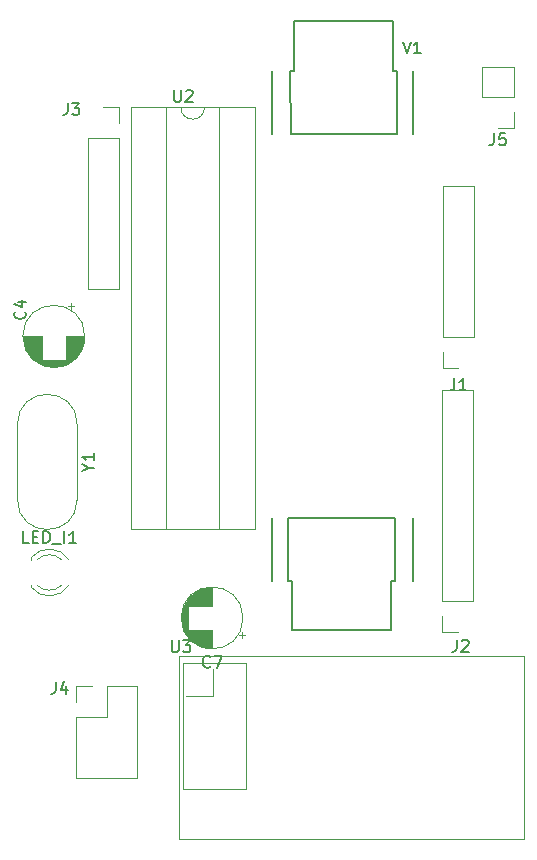
<source format=gbr>
G04 #@! TF.GenerationSoftware,KiCad,Pcbnew,5.0.1-33cea8e~68~ubuntu18.04.1*
G04 #@! TF.CreationDate,2018-11-21T16:18:05-05:00*
G04 #@! TF.ProjectId,samn,73616D6E2E6B696361645F7063620000,5*
G04 #@! TF.SameCoordinates,Original*
G04 #@! TF.FileFunction,Legend,Top*
G04 #@! TF.FilePolarity,Positive*
%FSLAX46Y46*%
G04 Gerber Fmt 4.6, Leading zero omitted, Abs format (unit mm)*
G04 Created by KiCad (PCBNEW 5.0.1-33cea8e~68~ubuntu18.04.1) date Wed 21 Nov 2018 04:18:05 PM EST*
%MOMM*%
%LPD*%
G01*
G04 APERTURE LIST*
%ADD10C,0.120000*%
%ADD11C,0.150000*%
G04 APERTURE END LIST*
D10*
G04 #@! TO.C,J5*
X64980000Y-25480000D02*
X62320000Y-25480000D01*
X64980000Y-28080000D02*
X64980000Y-25480000D01*
X62320000Y-28080000D02*
X62320000Y-25480000D01*
X64980000Y-28080000D02*
X62320000Y-28080000D01*
X64980000Y-29350000D02*
X64980000Y-30680000D01*
X64980000Y-30680000D02*
X63650000Y-30680000D01*
G04 #@! TO.C,U3*
X36980000Y-75976000D02*
X42314000Y-75976000D01*
X42314000Y-75976000D02*
X42314000Y-86644000D01*
X42314000Y-86644000D02*
X36980000Y-86644000D01*
X36980000Y-86644000D02*
X36980000Y-86644000D01*
X39520000Y-76484000D02*
X39520000Y-78770000D01*
X39520000Y-78770000D02*
X37234000Y-78770000D01*
X37234000Y-78770000D02*
X37234000Y-78770000D01*
X36650000Y-75400000D02*
X65850000Y-75400000D01*
X65850000Y-75400000D02*
X65850000Y-90850000D01*
X65850000Y-90850000D02*
X36650000Y-90850000D01*
X36650000Y-90850000D02*
X36650000Y-75400000D01*
X36650000Y-75400000D02*
X36650000Y-75400000D01*
X36980000Y-86644000D02*
X36980000Y-75976000D01*
X36980000Y-75976000D02*
X36980000Y-75976000D01*
G04 #@! TO.C,J4*
X27920000Y-77920000D02*
X29250000Y-77920000D01*
X27920000Y-79250000D02*
X27920000Y-77920000D01*
X30520000Y-77920000D02*
X33120000Y-77920000D01*
X30520000Y-80520000D02*
X30520000Y-77920000D01*
X27920000Y-80520000D02*
X30520000Y-80520000D01*
X33120000Y-77920000D02*
X33120000Y-85660000D01*
X27920000Y-80520000D02*
X27920000Y-85660000D01*
X27920000Y-85660000D02*
X33120000Y-85660000D01*
G04 #@! TO.C,LED_I1*
X24110000Y-69380000D02*
X24110000Y-69536000D01*
X24110000Y-67064000D02*
X24110000Y-67220000D01*
X26711130Y-69379837D02*
G75*
G02X24629039Y-69380000I-1041130J1079837D01*
G01*
X26711130Y-67220163D02*
G75*
G03X24629039Y-67220000I-1041130J-1079837D01*
G01*
X27342335Y-69378608D02*
G75*
G02X24110000Y-69535516I-1672335J1078608D01*
G01*
X27342335Y-67221392D02*
G75*
G03X24110000Y-67064484I-1672335J-1078608D01*
G01*
D11*
G04 #@! TO.C,V1*
X56500000Y-69000000D02*
X56500000Y-63700000D01*
X44500000Y-69000000D02*
X44500000Y-63700000D01*
X44500000Y-31150000D02*
X44500000Y-25850000D01*
X55100000Y-31150000D02*
X55100000Y-25850000D01*
X54900000Y-63700000D02*
X45900000Y-63700000D01*
X45900000Y-63700000D02*
X45900000Y-69000000D01*
X54621494Y-69016940D02*
X54600000Y-73200000D01*
X46200000Y-69000000D02*
X46200000Y-73200000D01*
X54900000Y-63700000D02*
X54921494Y-69016940D01*
X45900000Y-69000000D02*
X46200000Y-69000000D01*
X46200000Y-73200000D02*
X54600000Y-73200000D01*
X54921494Y-69016940D02*
X54621494Y-69016940D01*
X46100000Y-31150000D02*
X46078506Y-25833060D01*
X46078506Y-25833060D02*
X46378506Y-25833060D01*
X46378506Y-25833060D02*
X46400000Y-21650000D01*
X54800000Y-21650000D02*
X46400000Y-21650000D01*
X54800000Y-25850000D02*
X54800000Y-21650000D01*
X55100000Y-25850000D02*
X54800000Y-25850000D01*
X56500000Y-31150000D02*
X56500000Y-25850000D01*
X46100000Y-31150000D02*
X55100000Y-31150000D01*
D10*
G04 #@! TO.C,Y1*
X22975000Y-62140000D02*
G75*
G03X28025000Y-62140000I2525000J0D01*
G01*
X22975000Y-55740000D02*
G75*
G02X28025000Y-55740000I2525000J0D01*
G01*
X22975000Y-55740000D02*
X22975000Y-62140000D01*
X28025000Y-55740000D02*
X28025000Y-62140000D01*
G04 #@! TO.C,C4*
X27775000Y-45745225D02*
X27275000Y-45745225D01*
X27525000Y-45495225D02*
X27525000Y-45995225D01*
X26334000Y-50901000D02*
X25766000Y-50901000D01*
X26568000Y-50861000D02*
X25532000Y-50861000D01*
X26727000Y-50821000D02*
X25373000Y-50821000D01*
X26855000Y-50781000D02*
X25245000Y-50781000D01*
X26965000Y-50741000D02*
X25135000Y-50741000D01*
X27061000Y-50701000D02*
X25039000Y-50701000D01*
X27148000Y-50661000D02*
X24952000Y-50661000D01*
X27228000Y-50621000D02*
X24872000Y-50621000D01*
X27301000Y-50581000D02*
X24799000Y-50581000D01*
X27369000Y-50541000D02*
X24731000Y-50541000D01*
X27433000Y-50501000D02*
X24667000Y-50501000D01*
X27493000Y-50461000D02*
X24607000Y-50461000D01*
X27550000Y-50421000D02*
X24550000Y-50421000D01*
X27604000Y-50381000D02*
X24496000Y-50381000D01*
X27655000Y-50341000D02*
X24445000Y-50341000D01*
X25010000Y-50301000D02*
X24397000Y-50301000D01*
X27703000Y-50301000D02*
X27090000Y-50301000D01*
X25010000Y-50261000D02*
X24351000Y-50261000D01*
X27749000Y-50261000D02*
X27090000Y-50261000D01*
X25010000Y-50221000D02*
X24307000Y-50221000D01*
X27793000Y-50221000D02*
X27090000Y-50221000D01*
X25010000Y-50181000D02*
X24265000Y-50181000D01*
X27835000Y-50181000D02*
X27090000Y-50181000D01*
X25010000Y-50141000D02*
X24224000Y-50141000D01*
X27876000Y-50141000D02*
X27090000Y-50141000D01*
X25010000Y-50101000D02*
X24186000Y-50101000D01*
X27914000Y-50101000D02*
X27090000Y-50101000D01*
X25010000Y-50061000D02*
X24149000Y-50061000D01*
X27951000Y-50061000D02*
X27090000Y-50061000D01*
X25010000Y-50021000D02*
X24113000Y-50021000D01*
X27987000Y-50021000D02*
X27090000Y-50021000D01*
X25010000Y-49981000D02*
X24079000Y-49981000D01*
X28021000Y-49981000D02*
X27090000Y-49981000D01*
X25010000Y-49941000D02*
X24046000Y-49941000D01*
X28054000Y-49941000D02*
X27090000Y-49941000D01*
X25010000Y-49901000D02*
X24015000Y-49901000D01*
X28085000Y-49901000D02*
X27090000Y-49901000D01*
X25010000Y-49861000D02*
X23985000Y-49861000D01*
X28115000Y-49861000D02*
X27090000Y-49861000D01*
X25010000Y-49821000D02*
X23955000Y-49821000D01*
X28145000Y-49821000D02*
X27090000Y-49821000D01*
X25010000Y-49781000D02*
X23928000Y-49781000D01*
X28172000Y-49781000D02*
X27090000Y-49781000D01*
X25010000Y-49741000D02*
X23901000Y-49741000D01*
X28199000Y-49741000D02*
X27090000Y-49741000D01*
X25010000Y-49701000D02*
X23875000Y-49701000D01*
X28225000Y-49701000D02*
X27090000Y-49701000D01*
X25010000Y-49661000D02*
X23850000Y-49661000D01*
X28250000Y-49661000D02*
X27090000Y-49661000D01*
X25010000Y-49621000D02*
X23826000Y-49621000D01*
X28274000Y-49621000D02*
X27090000Y-49621000D01*
X25010000Y-49581000D02*
X23803000Y-49581000D01*
X28297000Y-49581000D02*
X27090000Y-49581000D01*
X25010000Y-49541000D02*
X23782000Y-49541000D01*
X28318000Y-49541000D02*
X27090000Y-49541000D01*
X25010000Y-49501000D02*
X23760000Y-49501000D01*
X28340000Y-49501000D02*
X27090000Y-49501000D01*
X25010000Y-49461000D02*
X23740000Y-49461000D01*
X28360000Y-49461000D02*
X27090000Y-49461000D01*
X25010000Y-49421000D02*
X23721000Y-49421000D01*
X28379000Y-49421000D02*
X27090000Y-49421000D01*
X25010000Y-49381000D02*
X23702000Y-49381000D01*
X28398000Y-49381000D02*
X27090000Y-49381000D01*
X25010000Y-49341000D02*
X23685000Y-49341000D01*
X28415000Y-49341000D02*
X27090000Y-49341000D01*
X25010000Y-49301000D02*
X23668000Y-49301000D01*
X28432000Y-49301000D02*
X27090000Y-49301000D01*
X25010000Y-49261000D02*
X23652000Y-49261000D01*
X28448000Y-49261000D02*
X27090000Y-49261000D01*
X25010000Y-49221000D02*
X23636000Y-49221000D01*
X28464000Y-49221000D02*
X27090000Y-49221000D01*
X25010000Y-49181000D02*
X23622000Y-49181000D01*
X28478000Y-49181000D02*
X27090000Y-49181000D01*
X25010000Y-49141000D02*
X23608000Y-49141000D01*
X28492000Y-49141000D02*
X27090000Y-49141000D01*
X25010000Y-49101000D02*
X23595000Y-49101000D01*
X28505000Y-49101000D02*
X27090000Y-49101000D01*
X25010000Y-49061000D02*
X23582000Y-49061000D01*
X28518000Y-49061000D02*
X27090000Y-49061000D01*
X25010000Y-49021000D02*
X23570000Y-49021000D01*
X28530000Y-49021000D02*
X27090000Y-49021000D01*
X25010000Y-48980000D02*
X23559000Y-48980000D01*
X28541000Y-48980000D02*
X27090000Y-48980000D01*
X25010000Y-48940000D02*
X23549000Y-48940000D01*
X28551000Y-48940000D02*
X27090000Y-48940000D01*
X25010000Y-48900000D02*
X23539000Y-48900000D01*
X28561000Y-48900000D02*
X27090000Y-48900000D01*
X25010000Y-48860000D02*
X23530000Y-48860000D01*
X28570000Y-48860000D02*
X27090000Y-48860000D01*
X25010000Y-48820000D02*
X23522000Y-48820000D01*
X28578000Y-48820000D02*
X27090000Y-48820000D01*
X25010000Y-48780000D02*
X23514000Y-48780000D01*
X28586000Y-48780000D02*
X27090000Y-48780000D01*
X25010000Y-48740000D02*
X23507000Y-48740000D01*
X28593000Y-48740000D02*
X27090000Y-48740000D01*
X25010000Y-48700000D02*
X23500000Y-48700000D01*
X28600000Y-48700000D02*
X27090000Y-48700000D01*
X25010000Y-48660000D02*
X23494000Y-48660000D01*
X28606000Y-48660000D02*
X27090000Y-48660000D01*
X25010000Y-48620000D02*
X23489000Y-48620000D01*
X28611000Y-48620000D02*
X27090000Y-48620000D01*
X25010000Y-48580000D02*
X23485000Y-48580000D01*
X28615000Y-48580000D02*
X27090000Y-48580000D01*
X25010000Y-48540000D02*
X23481000Y-48540000D01*
X28619000Y-48540000D02*
X27090000Y-48540000D01*
X25010000Y-48500000D02*
X23477000Y-48500000D01*
X28623000Y-48500000D02*
X27090000Y-48500000D01*
X25010000Y-48460000D02*
X23474000Y-48460000D01*
X28626000Y-48460000D02*
X27090000Y-48460000D01*
X25010000Y-48420000D02*
X23472000Y-48420000D01*
X28628000Y-48420000D02*
X27090000Y-48420000D01*
X25010000Y-48380000D02*
X23471000Y-48380000D01*
X28629000Y-48380000D02*
X27090000Y-48380000D01*
X28630000Y-48340000D02*
X27090000Y-48340000D01*
X25010000Y-48340000D02*
X23470000Y-48340000D01*
X28630000Y-48300000D02*
X27090000Y-48300000D01*
X25010000Y-48300000D02*
X23470000Y-48300000D01*
X28670000Y-48300000D02*
G75*
G03X28670000Y-48300000I-2620000J0D01*
G01*
G04 #@! TO.C,C7*
X42004775Y-73875000D02*
X42004775Y-73375000D01*
X42254775Y-73625000D02*
X41754775Y-73625000D01*
X36849000Y-72434000D02*
X36849000Y-71866000D01*
X36889000Y-72668000D02*
X36889000Y-71632000D01*
X36929000Y-72827000D02*
X36929000Y-71473000D01*
X36969000Y-72955000D02*
X36969000Y-71345000D01*
X37009000Y-73065000D02*
X37009000Y-71235000D01*
X37049000Y-73161000D02*
X37049000Y-71139000D01*
X37089000Y-73248000D02*
X37089000Y-71052000D01*
X37129000Y-73328000D02*
X37129000Y-70972000D01*
X37169000Y-73401000D02*
X37169000Y-70899000D01*
X37209000Y-73469000D02*
X37209000Y-70831000D01*
X37249000Y-73533000D02*
X37249000Y-70767000D01*
X37289000Y-73593000D02*
X37289000Y-70707000D01*
X37329000Y-73650000D02*
X37329000Y-70650000D01*
X37369000Y-73704000D02*
X37369000Y-70596000D01*
X37409000Y-73755000D02*
X37409000Y-70545000D01*
X37449000Y-71110000D02*
X37449000Y-70497000D01*
X37449000Y-73803000D02*
X37449000Y-73190000D01*
X37489000Y-71110000D02*
X37489000Y-70451000D01*
X37489000Y-73849000D02*
X37489000Y-73190000D01*
X37529000Y-71110000D02*
X37529000Y-70407000D01*
X37529000Y-73893000D02*
X37529000Y-73190000D01*
X37569000Y-71110000D02*
X37569000Y-70365000D01*
X37569000Y-73935000D02*
X37569000Y-73190000D01*
X37609000Y-71110000D02*
X37609000Y-70324000D01*
X37609000Y-73976000D02*
X37609000Y-73190000D01*
X37649000Y-71110000D02*
X37649000Y-70286000D01*
X37649000Y-74014000D02*
X37649000Y-73190000D01*
X37689000Y-71110000D02*
X37689000Y-70249000D01*
X37689000Y-74051000D02*
X37689000Y-73190000D01*
X37729000Y-71110000D02*
X37729000Y-70213000D01*
X37729000Y-74087000D02*
X37729000Y-73190000D01*
X37769000Y-71110000D02*
X37769000Y-70179000D01*
X37769000Y-74121000D02*
X37769000Y-73190000D01*
X37809000Y-71110000D02*
X37809000Y-70146000D01*
X37809000Y-74154000D02*
X37809000Y-73190000D01*
X37849000Y-71110000D02*
X37849000Y-70115000D01*
X37849000Y-74185000D02*
X37849000Y-73190000D01*
X37889000Y-71110000D02*
X37889000Y-70085000D01*
X37889000Y-74215000D02*
X37889000Y-73190000D01*
X37929000Y-71110000D02*
X37929000Y-70055000D01*
X37929000Y-74245000D02*
X37929000Y-73190000D01*
X37969000Y-71110000D02*
X37969000Y-70028000D01*
X37969000Y-74272000D02*
X37969000Y-73190000D01*
X38009000Y-71110000D02*
X38009000Y-70001000D01*
X38009000Y-74299000D02*
X38009000Y-73190000D01*
X38049000Y-71110000D02*
X38049000Y-69975000D01*
X38049000Y-74325000D02*
X38049000Y-73190000D01*
X38089000Y-71110000D02*
X38089000Y-69950000D01*
X38089000Y-74350000D02*
X38089000Y-73190000D01*
X38129000Y-71110000D02*
X38129000Y-69926000D01*
X38129000Y-74374000D02*
X38129000Y-73190000D01*
X38169000Y-71110000D02*
X38169000Y-69903000D01*
X38169000Y-74397000D02*
X38169000Y-73190000D01*
X38209000Y-71110000D02*
X38209000Y-69882000D01*
X38209000Y-74418000D02*
X38209000Y-73190000D01*
X38249000Y-71110000D02*
X38249000Y-69860000D01*
X38249000Y-74440000D02*
X38249000Y-73190000D01*
X38289000Y-71110000D02*
X38289000Y-69840000D01*
X38289000Y-74460000D02*
X38289000Y-73190000D01*
X38329000Y-71110000D02*
X38329000Y-69821000D01*
X38329000Y-74479000D02*
X38329000Y-73190000D01*
X38369000Y-71110000D02*
X38369000Y-69802000D01*
X38369000Y-74498000D02*
X38369000Y-73190000D01*
X38409000Y-71110000D02*
X38409000Y-69785000D01*
X38409000Y-74515000D02*
X38409000Y-73190000D01*
X38449000Y-71110000D02*
X38449000Y-69768000D01*
X38449000Y-74532000D02*
X38449000Y-73190000D01*
X38489000Y-71110000D02*
X38489000Y-69752000D01*
X38489000Y-74548000D02*
X38489000Y-73190000D01*
X38529000Y-71110000D02*
X38529000Y-69736000D01*
X38529000Y-74564000D02*
X38529000Y-73190000D01*
X38569000Y-71110000D02*
X38569000Y-69722000D01*
X38569000Y-74578000D02*
X38569000Y-73190000D01*
X38609000Y-71110000D02*
X38609000Y-69708000D01*
X38609000Y-74592000D02*
X38609000Y-73190000D01*
X38649000Y-71110000D02*
X38649000Y-69695000D01*
X38649000Y-74605000D02*
X38649000Y-73190000D01*
X38689000Y-71110000D02*
X38689000Y-69682000D01*
X38689000Y-74618000D02*
X38689000Y-73190000D01*
X38729000Y-71110000D02*
X38729000Y-69670000D01*
X38729000Y-74630000D02*
X38729000Y-73190000D01*
X38770000Y-71110000D02*
X38770000Y-69659000D01*
X38770000Y-74641000D02*
X38770000Y-73190000D01*
X38810000Y-71110000D02*
X38810000Y-69649000D01*
X38810000Y-74651000D02*
X38810000Y-73190000D01*
X38850000Y-71110000D02*
X38850000Y-69639000D01*
X38850000Y-74661000D02*
X38850000Y-73190000D01*
X38890000Y-71110000D02*
X38890000Y-69630000D01*
X38890000Y-74670000D02*
X38890000Y-73190000D01*
X38930000Y-71110000D02*
X38930000Y-69622000D01*
X38930000Y-74678000D02*
X38930000Y-73190000D01*
X38970000Y-71110000D02*
X38970000Y-69614000D01*
X38970000Y-74686000D02*
X38970000Y-73190000D01*
X39010000Y-71110000D02*
X39010000Y-69607000D01*
X39010000Y-74693000D02*
X39010000Y-73190000D01*
X39050000Y-71110000D02*
X39050000Y-69600000D01*
X39050000Y-74700000D02*
X39050000Y-73190000D01*
X39090000Y-71110000D02*
X39090000Y-69594000D01*
X39090000Y-74706000D02*
X39090000Y-73190000D01*
X39130000Y-71110000D02*
X39130000Y-69589000D01*
X39130000Y-74711000D02*
X39130000Y-73190000D01*
X39170000Y-71110000D02*
X39170000Y-69585000D01*
X39170000Y-74715000D02*
X39170000Y-73190000D01*
X39210000Y-71110000D02*
X39210000Y-69581000D01*
X39210000Y-74719000D02*
X39210000Y-73190000D01*
X39250000Y-71110000D02*
X39250000Y-69577000D01*
X39250000Y-74723000D02*
X39250000Y-73190000D01*
X39290000Y-71110000D02*
X39290000Y-69574000D01*
X39290000Y-74726000D02*
X39290000Y-73190000D01*
X39330000Y-71110000D02*
X39330000Y-69572000D01*
X39330000Y-74728000D02*
X39330000Y-73190000D01*
X39370000Y-71110000D02*
X39370000Y-69571000D01*
X39370000Y-74729000D02*
X39370000Y-73190000D01*
X39410000Y-74730000D02*
X39410000Y-73190000D01*
X39410000Y-71110000D02*
X39410000Y-69570000D01*
X39450000Y-74730000D02*
X39450000Y-73190000D01*
X39450000Y-71110000D02*
X39450000Y-69570000D01*
X42070000Y-72150000D02*
G75*
G03X42070000Y-72150000I-2620000J0D01*
G01*
G04 #@! TO.C,J1*
X60300000Y-50980000D02*
X58970000Y-50980000D01*
X58970000Y-50980000D02*
X58970000Y-49650000D01*
X58970000Y-48380000D02*
X58970000Y-35620000D01*
X61630000Y-35620000D02*
X58970000Y-35620000D01*
X61630000Y-48380000D02*
X61630000Y-35620000D01*
X61630000Y-48380000D02*
X58970000Y-48380000D01*
G04 #@! TO.C,J3*
X30250000Y-28920000D02*
X31580000Y-28920000D01*
X31580000Y-28920000D02*
X31580000Y-30250000D01*
X31580000Y-31520000D02*
X31580000Y-44280000D01*
X28920000Y-44280000D02*
X31580000Y-44280000D01*
X28920000Y-31520000D02*
X28920000Y-44280000D01*
X28920000Y-31520000D02*
X31580000Y-31520000D01*
G04 #@! TO.C,J2*
X60250000Y-73330000D02*
X58920000Y-73330000D01*
X58920000Y-73330000D02*
X58920000Y-72000000D01*
X58920000Y-70730000D02*
X58920000Y-52890000D01*
X61580000Y-52890000D02*
X58920000Y-52890000D01*
X61580000Y-70730000D02*
X61580000Y-52890000D01*
X61580000Y-70730000D02*
X58920000Y-70730000D01*
G04 #@! TO.C,U2*
X43060000Y-28860000D02*
X32560000Y-28860000D01*
X43060000Y-64660000D02*
X43060000Y-28860000D01*
X32560000Y-64660000D02*
X43060000Y-64660000D01*
X32560000Y-28860000D02*
X32560000Y-64660000D01*
X40060000Y-28920000D02*
X38810000Y-28920000D01*
X40060000Y-64600000D02*
X40060000Y-28920000D01*
X35560000Y-64600000D02*
X40060000Y-64600000D01*
X35560000Y-28920000D02*
X35560000Y-64600000D01*
X36810000Y-28920000D02*
X35560000Y-28920000D01*
X38810000Y-28920000D02*
G75*
G02X36810000Y-28920000I-1000000J0D01*
G01*
G04 #@! TO.C,J5*
D11*
X63316666Y-31132380D02*
X63316666Y-31846666D01*
X63269047Y-31989523D01*
X63173809Y-32084761D01*
X63030952Y-32132380D01*
X62935714Y-32132380D01*
X64269047Y-31132380D02*
X63792857Y-31132380D01*
X63745238Y-31608571D01*
X63792857Y-31560952D01*
X63888095Y-31513333D01*
X64126190Y-31513333D01*
X64221428Y-31560952D01*
X64269047Y-31608571D01*
X64316666Y-31703809D01*
X64316666Y-31941904D01*
X64269047Y-32037142D01*
X64221428Y-32084761D01*
X64126190Y-32132380D01*
X63888095Y-32132380D01*
X63792857Y-32084761D01*
X63745238Y-32037142D01*
G04 #@! TO.C,U3*
X36038095Y-74052380D02*
X36038095Y-74861904D01*
X36085714Y-74957142D01*
X36133333Y-75004761D01*
X36228571Y-75052380D01*
X36419047Y-75052380D01*
X36514285Y-75004761D01*
X36561904Y-74957142D01*
X36609523Y-74861904D01*
X36609523Y-74052380D01*
X36990476Y-74052380D02*
X37609523Y-74052380D01*
X37276190Y-74433333D01*
X37419047Y-74433333D01*
X37514285Y-74480952D01*
X37561904Y-74528571D01*
X37609523Y-74623809D01*
X37609523Y-74861904D01*
X37561904Y-74957142D01*
X37514285Y-75004761D01*
X37419047Y-75052380D01*
X37133333Y-75052380D01*
X37038095Y-75004761D01*
X36990476Y-74957142D01*
G04 #@! TO.C,J4*
X26216666Y-77552380D02*
X26216666Y-78266666D01*
X26169047Y-78409523D01*
X26073809Y-78504761D01*
X25930952Y-78552380D01*
X25835714Y-78552380D01*
X27121428Y-77885714D02*
X27121428Y-78552380D01*
X26883333Y-77504761D02*
X26645238Y-78219047D01*
X27264285Y-78219047D01*
G04 #@! TO.C,LED_I1*
X23931904Y-65802380D02*
X23455714Y-65802380D01*
X23455714Y-64802380D01*
X24265238Y-65278571D02*
X24598571Y-65278571D01*
X24741428Y-65802380D02*
X24265238Y-65802380D01*
X24265238Y-64802380D01*
X24741428Y-64802380D01*
X25170000Y-65802380D02*
X25170000Y-64802380D01*
X25408095Y-64802380D01*
X25550952Y-64850000D01*
X25646190Y-64945238D01*
X25693809Y-65040476D01*
X25741428Y-65230952D01*
X25741428Y-65373809D01*
X25693809Y-65564285D01*
X25646190Y-65659523D01*
X25550952Y-65754761D01*
X25408095Y-65802380D01*
X25170000Y-65802380D01*
X25931904Y-65897619D02*
X26693809Y-65897619D01*
X26931904Y-65802380D02*
X26931904Y-64802380D01*
X27931904Y-65802380D02*
X27360476Y-65802380D01*
X27646190Y-65802380D02*
X27646190Y-64802380D01*
X27550952Y-64945238D01*
X27455714Y-65040476D01*
X27360476Y-65088095D01*
G04 #@! TO.C,V1*
X55590476Y-23352380D02*
X55923809Y-24352380D01*
X56257142Y-23352380D01*
X57114285Y-24352380D02*
X56542857Y-24352380D01*
X56828571Y-24352380D02*
X56828571Y-23352380D01*
X56733333Y-23495238D01*
X56638095Y-23590476D01*
X56542857Y-23638095D01*
G04 #@! TO.C,Y1*
X29001190Y-59416190D02*
X29477380Y-59416190D01*
X28477380Y-59749523D02*
X29001190Y-59416190D01*
X28477380Y-59082857D01*
X29477380Y-58225714D02*
X29477380Y-58797142D01*
X29477380Y-58511428D02*
X28477380Y-58511428D01*
X28620238Y-58606666D01*
X28715476Y-58701904D01*
X28763095Y-58797142D01*
G04 #@! TO.C,C4*
X23607142Y-46216666D02*
X23654761Y-46264285D01*
X23702380Y-46407142D01*
X23702380Y-46502380D01*
X23654761Y-46645238D01*
X23559523Y-46740476D01*
X23464285Y-46788095D01*
X23273809Y-46835714D01*
X23130952Y-46835714D01*
X22940476Y-46788095D01*
X22845238Y-46740476D01*
X22750000Y-46645238D01*
X22702380Y-46502380D01*
X22702380Y-46407142D01*
X22750000Y-46264285D01*
X22797619Y-46216666D01*
X23035714Y-45359523D02*
X23702380Y-45359523D01*
X22654761Y-45597619D02*
X23369047Y-45835714D01*
X23369047Y-45216666D01*
G04 #@! TO.C,C7*
X39283333Y-76257142D02*
X39235714Y-76304761D01*
X39092857Y-76352380D01*
X38997619Y-76352380D01*
X38854761Y-76304761D01*
X38759523Y-76209523D01*
X38711904Y-76114285D01*
X38664285Y-75923809D01*
X38664285Y-75780952D01*
X38711904Y-75590476D01*
X38759523Y-75495238D01*
X38854761Y-75400000D01*
X38997619Y-75352380D01*
X39092857Y-75352380D01*
X39235714Y-75400000D01*
X39283333Y-75447619D01*
X39616666Y-75352380D02*
X40283333Y-75352380D01*
X39854761Y-76352380D01*
G04 #@! TO.C,J1*
X59966666Y-51872380D02*
X59966666Y-52586666D01*
X59919047Y-52729523D01*
X59823809Y-52824761D01*
X59680952Y-52872380D01*
X59585714Y-52872380D01*
X60966666Y-52872380D02*
X60395238Y-52872380D01*
X60680952Y-52872380D02*
X60680952Y-51872380D01*
X60585714Y-52015238D01*
X60490476Y-52110476D01*
X60395238Y-52158095D01*
G04 #@! TO.C,J3*
X27216666Y-28552380D02*
X27216666Y-29266666D01*
X27169047Y-29409523D01*
X27073809Y-29504761D01*
X26930952Y-29552380D01*
X26835714Y-29552380D01*
X27597619Y-28552380D02*
X28216666Y-28552380D01*
X27883333Y-28933333D01*
X28026190Y-28933333D01*
X28121428Y-28980952D01*
X28169047Y-29028571D01*
X28216666Y-29123809D01*
X28216666Y-29361904D01*
X28169047Y-29457142D01*
X28121428Y-29504761D01*
X28026190Y-29552380D01*
X27740476Y-29552380D01*
X27645238Y-29504761D01*
X27597619Y-29457142D01*
G04 #@! TO.C,J2*
X60166666Y-74002380D02*
X60166666Y-74716666D01*
X60119047Y-74859523D01*
X60023809Y-74954761D01*
X59880952Y-75002380D01*
X59785714Y-75002380D01*
X60595238Y-74097619D02*
X60642857Y-74050000D01*
X60738095Y-74002380D01*
X60976190Y-74002380D01*
X61071428Y-74050000D01*
X61119047Y-74097619D01*
X61166666Y-74192857D01*
X61166666Y-74288095D01*
X61119047Y-74430952D01*
X60547619Y-75002380D01*
X61166666Y-75002380D01*
G04 #@! TO.C,U2*
X36238095Y-27452380D02*
X36238095Y-28261904D01*
X36285714Y-28357142D01*
X36333333Y-28404761D01*
X36428571Y-28452380D01*
X36619047Y-28452380D01*
X36714285Y-28404761D01*
X36761904Y-28357142D01*
X36809523Y-28261904D01*
X36809523Y-27452380D01*
X37238095Y-27547619D02*
X37285714Y-27500000D01*
X37380952Y-27452380D01*
X37619047Y-27452380D01*
X37714285Y-27500000D01*
X37761904Y-27547619D01*
X37809523Y-27642857D01*
X37809523Y-27738095D01*
X37761904Y-27880952D01*
X37190476Y-28452380D01*
X37809523Y-28452380D01*
G04 #@! TD*
M02*

</source>
